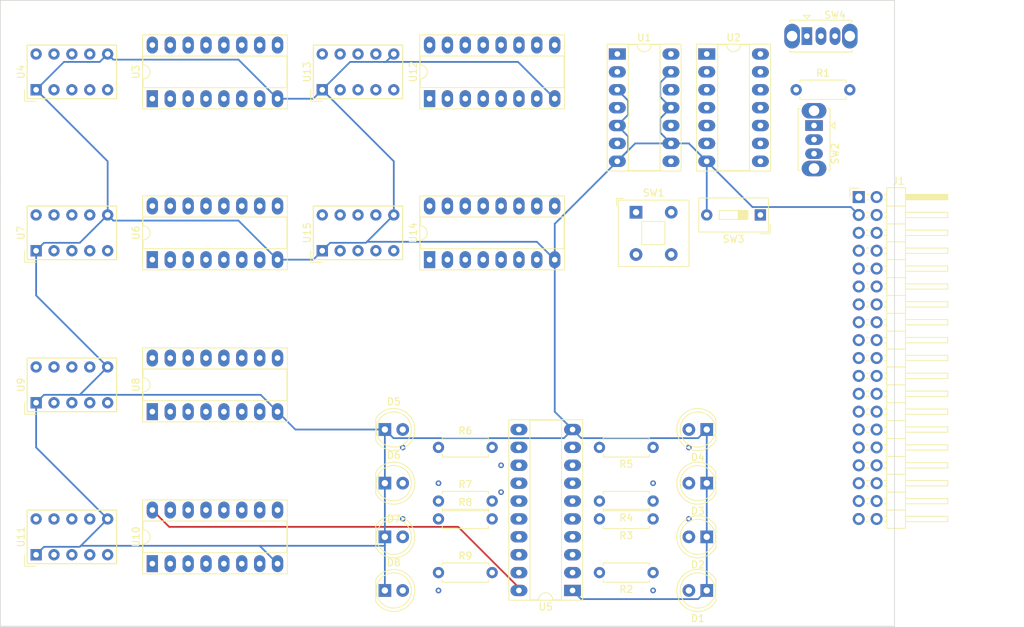
<source format=kicad_pcb>
(kicad_pcb (version 20211014) (generator pcbnew)
  (title_block (title "WolfNet 6502 WBC - Debug Card") (date "2022-05-18") (rev "1.0") (company "WolfNet Computing"))
  (layers (0 "F.Cu" power) (1 "In1.Cu" signal "V.Cu") (2 "In2.Cu" signal "H.Cu") (31 "B.Cu" power) (34 "B.Paste" user) (35 "F.Paste" user) (36 "B.SilkS" user "B.Silkscreen") (37 "F.SilkS" user "F.Silkscreen") (38 "B.Mask" user) (39 "F.Mask" user) (44 "Edge.Cuts" user))
  (net 0 "")
  (net 1 "GND")
  (net 2 "Net-(D1-Pad2)")
  (net 3 "Net-(D2-Pad2)")
  (net 4 "Net-(D3-Pad2)")
  (net 5 "Net-(D4-Pad2)")
  (net 6 "Net-(D5-Pad2)")
  (net 7 "Net-(D6-Pad2)")
  (net 8 "Net-(D7-Pad2)")
  (net 9 "Net-(D8-Pad2)")
  (net 10 "D0")
  (net 11 "D1")
  (net 12 "A0")
  (net 13 "D2")
  (net 14 "A1")
  (net 15 "D3")
  (net 16 "A2")
  (net 17 "D4")
  (net 18 "A3")
  (net 19 "D5")
  (net 20 "A4")
  (net 21 "D6")
  (net 22 "A5")
  (net 23 "D7")
  (net 24 "A6")
  (net 25 "~{RESET}")
  (net 26 "A7")
  (net 27 "CLK")
  (net 28 "A8")
  (net 29 "PHI1")
  (net 30 "A9")
  (net 31 "PHI2")
  (net 32 "A10")
  (net 33 "8MHz")
  (net 34 "A11")
  (net 36 "A12")
  (net 37 "RDY")
  (net 38 "A13")
  (net 39 "SYNC")
  (net 40 "A14")
  (net 41 "~{IRQ}")
  (net 42 "A15")
  (net 43 "+12v")
  (net 44 "R\\~{W}")
  (net 45 "-12v")
  (net 46 "Net-(R1-Pad1)")
  (net 47 "Net-(R2-Pad2)")
  (net 48 "Net-(R3-Pad2)")
  (net 49 "Net-(R4-Pad2)")
  (net 50 "Net-(R5-Pad2)")
  (net 51 "Net-(R6-Pad2)")
  (net 52 "Net-(R7-Pad2)")
  (net 53 "Net-(R8-Pad2)")
  (net 54 "Net-(R9-Pad2)")
  (net 55 "Net-(SW1-Pad1)")
  (net 56 "Net-(SW1-Pad2)")
  (net 57 "Net-(SW2-Pad2)")
  (net 58 "Step")
  (net 59 "Net-(SW3-Pad1)")
  (net 61 "Net-(SW4-Pad2)")
  (net 62 "LE")
  (net 68 "+5V")
  (net 72 "Net-(U3-Pad1)")
  (net 73 "Net-(U3-Pad2)")
  (net 74 "Net-(U3-Pad3)")
  (net 77 "Net-(U3-Pad12)")
  (net 78 "Net-(U3-Pad13)")
  (net 79 "Net-(U3-Pad14)")
  (net 80 "Net-(U3-Pad15)")
  (net 82 "R{slash}~{W}")
  (net 83 "Net-(U6-Pad1)")
  (net 84 "Net-(U6-Pad2)")
  (net 85 "Net-(U6-Pad3)")
  (net 88 "Net-(U6-Pad12)")
  (net 89 "Net-(U6-Pad13)")
  (net 90 "Net-(U6-Pad14)")
  (net 91 "Net-(U6-Pad15)")
  (net 93 "Net-(U8-Pad1)")
  (net 94 "Net-(U8-Pad2)")
  (net 95 "Net-(U8-Pad3)")
  (net 98 "Net-(U8-Pad12)")
  (net 99 "Net-(U8-Pad13)")
  (net 100 "Net-(U8-Pad14)")
  (net 101 "Net-(U8-Pad15)")
  (net 103 "Net-(U10-Pad1)")
  (net 104 "Net-(U10-Pad2)")
  (net 105 "Net-(U10-Pad3)")
  (net 108 "Net-(U10-Pad12)")
  (net 109 "Net-(U10-Pad13)")
  (net 110 "Net-(U10-Pad14)")
  (net 111 "Net-(U10-Pad15)")
  (net 113 "Net-(U12-Pad1)")
  (net 114 "Net-(U12-Pad2)")
  (net 115 "Net-(U12-Pad3)")
  (net 118 "Net-(U12-Pad12)")
  (net 119 "Net-(U12-Pad13)")
  (net 120 "Net-(U12-Pad14)")
  (net 121 "Net-(U12-Pad15)")
  (net 123 "Net-(U14-Pad1)")
  (net 124 "Net-(U14-Pad2)")
  (net 125 "Net-(U14-Pad3)")
  (net 128 "Net-(U14-Pad12)")
  (net 129 "Net-(U14-Pad13)")
  (net 130 "Net-(U14-Pad14)")
  (net 131 "Net-(U14-Pad15)")
  (footprint "LED_THT:LED_D5.0mm" (layer "F.Cu") (at 130.81 93.975)
    (fp_text reference "D6")
    (fp_text value "NMI")
  )
  (footprint "Resistor_THT:R_Axial_DIN0207_L6.3mm_D2.5mm_P7.62mm_Horizontal" (layer "F.Cu") (at 168.91 106.675 180)
    (fp_text reference "R2")
    (fp_text value "220")
  )
  (footprint "Display_7Segment:HDSP-7801" (layer "F.Cu") (at 81.28 82.55 90)
    (fp_text reference "U9")
    (fp_text value "HDSP-7803")
  )
  (footprint "Resistor_THT:R_Axial_DIN0207_L6.3mm_D2.5mm_P7.62mm_Horizontal" (layer "F.Cu") (at 168.91 99.055 180)
    (fp_text reference "R3")
    (fp_text value "220")
  )
  (footprint "LED_THT:LED_D5.0mm" (layer "F.Cu") (at 176.53 109.215 180)
    (fp_text reference "D1")
    (fp_text value "RDY")
  )
  (footprint "LED_THT:LED_D5.0mm" (layer "F.Cu") (at 130.81 86.355)
    (fp_text reference "D5")
    (fp_text value "IRQ")
  )
  (footprint "Package_DIP:DIP-14_W7.62mm_Socket_LongPads" (layer "F.Cu") (at 163.83 33.02)
    (fp_text reference "U1")
    (fp_text value "74HCT04")
  )
  (footprint "Button_Switch_THT:SW_Slide_1P2T_CK_OS102011MS2Q" (layer "F.Cu") (at 190.75 30.48)
    (fp_text reference "SW4")
    (fp_text value "SI/SC")
  )
  (footprint "Display_7Segment:HDSP-7801" (layer "F.Cu") (at 81.28 60.96 90)
    (fp_text reference "U7")
    (fp_text value "HDSP-7803")
  )
  (footprint "Resistor_THT:R_Axial_DIN0207_L6.3mm_D2.5mm_P7.62mm_Horizontal" (layer "F.Cu") (at 138.43 99.055)
    (fp_text reference "R8")
    (fp_text value "220")
  )
  (footprint "Package_DIP:DIP-16_W7.62mm_Socket_LongPads" (layer "F.Cu") (at 97.79 83.82 90)
    (fp_text reference "U8")
    (fp_text value "MC14495P1")
  )
  (footprint "Button_Switch_THT:SW_Push_2P1T_Toggle_CK_PVA1xxH1xxxxxxV2" (layer "F.Cu") (at 166.4875 55.4975)
    (fp_text reference "SW1")
    (fp_text value "Step")
  )
  (footprint "Resistor_THT:R_Axial_DIN0207_L6.3mm_D2.5mm_P7.62mm_Horizontal" (layer "F.Cu") (at 168.91 96.515 180)
    (fp_text reference "R4")
    (fp_text value "220")
  )
  (footprint "Resistor_THT:R_Axial_DIN0207_L6.3mm_D2.5mm_P7.62mm_Horizontal" (layer "F.Cu") (at 168.91 88.895 180)
    (fp_text reference "R5")
    (fp_text value "220")
  )
  (footprint "Resistor_THT:R_Axial_DIN0207_L6.3mm_D2.5mm_P7.62mm_Horizontal" (layer "F.Cu") (at 189.23 38.1)
    (fp_text reference "R1")
    (fp_text value "270")
  )
  (footprint "Resistor_THT:R_Axial_DIN0207_L6.3mm_D2.5mm_P7.62mm_Horizontal" (layer "F.Cu") (at 138.43 88.895)
    (fp_text reference "R6")
    (fp_text value "220")
  )
  (footprint "Resistor_THT:R_Axial_DIN0207_L6.3mm_D2.5mm_P7.62mm_Horizontal" (layer "F.Cu") (at 138.43 96.515)
    (fp_text reference "R7")
    (fp_text value "220")
  )
  (footprint "Display_7Segment:HDSP-7801" (layer "F.Cu") (at 121.92 38.1 90)
    (fp_text reference "U13")
    (fp_text value "HDSP-7803")
  )
  (footprint "Package_DIP:DIP-16_W7.62mm_Socket_LongPads" (layer "F.Cu") (at 137.16 62.23 90)
    (fp_text reference "U14")
    (fp_text value "MC14495P1")
  )
  (footprint "LED_THT:LED_D5.0mm" (layer "F.Cu") (at 130.81 101.595)
    (fp_text reference "D7")
    (fp_text value "PHI1")
  )
  (footprint "Display_7Segment:HDSP-7801" (layer "F.Cu") (at 121.92 60.96 90)
    (fp_text reference "U15")
    (fp_text value "HDSP-7803")
  )
  (footprint "Package_DIP:DIP-16_W7.62mm_Socket_LongPads" (layer "F.Cu") (at 97.79 39.37 90)
    (fp_text reference "U3")
    (fp_text value "MC14495P1")
  )
  (footprint "LED_THT:LED_D5.0mm" (layer "F.Cu") (at 176.53 93.975 180)
    (fp_text reference "D3")
    (fp_text value "RW")
  )
  (footprint "Resistor_THT:R_Axial_DIN0207_L6.3mm_D2.5mm_P7.62mm_Horizontal" (layer "F.Cu") (at 138.43 106.675)
    (fp_text reference "R9")
    (fp_text value "220")
  )
  (footprint "Package_DIP:DIP-16_W7.62mm_Socket_LongPads" (layer "F.Cu") (at 137.16 39.36 90)
    (fp_text reference "U12")
    (fp_text value "MC14495P1")
  )
  (footprint "Package_DIP:DIP-16_W7.62mm_Socket_LongPads" (layer "F.Cu") (at 97.79 105.41 90)
    (fp_text reference "U10")
    (fp_text value "MC14495P1")
  )
  (footprint "Package_DIP:DIP-16_W7.62mm_Socket_LongPads" (layer "F.Cu") (at 97.79 62.23 90)
    (fp_text reference "U6")
    (fp_text value "MC14495P1")
  )
  (footprint "Package_DIP:DIP-20_W7.62mm_Socket_LongPads" (layer "F.Cu") (at 157.47 109.215 180)
    (fp_text reference "U5")
    (fp_text value "74HCT374")
  )
  (footprint "Display_7Segment:HDSP-7801" (layer "F.Cu") (at 81.28 104.14 90)
    (fp_text reference "U11")
    (fp_text value "HDSP-7803")
  )
  (footprint "LED_THT:LED_D5.0mm" (layer "F.Cu") (at 130.81 109.215)
    (fp_text reference "D8")
    (fp_text value "PHI2")
  )
  (footprint "Button_Switch_THT:SW_Slide_1P2T_CK_OS102011MS2Q" (layer "F.Cu") (at 191.77 43.18 -90)
    (fp_text reference "SW2")
    (fp_text value "PHI1/Step")
  )
  (footprint "Display_7Segment:HDSP-7801" (layer "F.Cu") (at 81.28 38.1 90)
    (fp_text reference "U4")
    (fp_text value "HDSP-7803")
  )
  (footprint "Package_DIP:DIP-14_W7.62mm_Socket_LongPads" (layer "F.Cu") (at 176.53 33.02)
    (fp_text reference "U2")
    (fp_text value "74HCT74")
  )
  (footprint "LED_THT:LED_D5.0mm" (layer "F.Cu") (at 176.53 101.595 180)
    (fp_text reference "D2")
    (fp_text value "Sync")
  )
  (footprint "LED_THT:LED_D5.0mm" (layer "F.Cu") (at 176.53 86.355 180)
    (fp_text reference "D4")
    (fp_text value "Reset")
  )
  (footprint "Connector_PinHeader_2.54mm:PinHeader_2x19_P2.54mm_Horizontal" (layer "F.Cu") (at 198.12 53.34)
    (fp_text reference "J1")
    (fp_text value "Expansion_Connector")
  )
  (footprint "Button_Switch_THT:SW_DIP_SPSTx01_Slide_9.78x4.72mm_W7.62mm_P2.54mm" (layer "F.Cu") (at 184.15 55.88 180)
    (fp_text reference "SW3")
    (fp_text value "Run")
  )
  (gr_line (start 76.2 25.4) (end 203.2 25.4) (layer "Edge.Cuts") (width 0.1))
  (gr_line (start 203.2 114.3) (end 76.2 114.3) (layer "Edge.Cuts") (width 0.1))
  (gr_line (start 76.2 114.3) (end 76.2 50.8) (layer "Edge.Cuts") (width 0.1))
  (gr_line (start 203.2 50.8) (end 203.2 114.3) (layer "Edge.Cuts") (width 0.1))
  (gr_line (start 76.2 50.8) (end 76.2 25.4) (layer "Edge.Cuts") (width 0.1))
  (gr_line (start 203.2 25.4) (end 203.2 50.8) (layer "Edge.Cuts") (width 0.1))
  (segment (start 87.63 102.87) (end 87.484511 103.015489) (width 0.25) (layer "B.Cu") (net 1))
  (segment (start 128.124511 59.835489) (end 128.27 59.69) (width 0.25) (layer "B.Cu") (net 1))
  (segment (start 87.484511 81.425489) (end 82.404511 81.425489) (width 0.25) (layer "B.Cu") (net 1))
  (segment (start 115.57 62.23) (end 120.65 62.23) (width 0.25) (layer "B.Cu") (net 1))
  (segment (start 90.315489 34.144511) (end 91.44 33.02) (width 0.25) (layer "B.Cu") (net 1))
  (segment (start 81.28 67.31) (end 91.44 77.47) (width 0.25) (layer "B.Cu") (net 1))
  (segment (start 91.44 55.88) (end 92.239999 56.679999) (width 0.25) (layer "B.Cu") (net 1))
  (segment (start 123.044511 59.835489) (end 128.124511 59.835489) (width 0.25) (layer "B.Cu") (net 1))
  (segment (start 165.35452 46.73548) (end 165.35452 44.70452) (width 0.25) (layer "B.Cu") (net 1))
  (segment (start 92.239999 56.679999) (end 110.019999 56.679999) (width 0.25) (layer "B.Cu") (net 1))
  (segment (start 157.47 109.215) (end 158.694511 110.439511) (width 0.25) (layer "B.Cu") (net 1))
  (segment (start 196.995489 54.755489) (end 183.025489 54.755489) (width 0.25) (layer "B.Cu") (net 1))
  (segment (start 81.28 88.9) (end 91.44 99.06) (width 0.25) (layer "B.Cu") (net 1))
  (segment (start 132.034511 87.579511) (end 156.245489 87.579511) (width 0.25) (layer "B.Cu") (net 1))
  (segment (start 87.63 102.87) (end 113.03 102.87) (width 0.25) (layer "B.Cu") (net 1))
  (segment (start 169.92548 39.11548) (end 171.45 40.64) (width 0.25) (layer "B.Cu") (net 1))
  (segment (start 91.44 55.88) (end 91.44 48.26) (width 0.25) (layer "B.Cu") (net 1))
  (segment (start 154.94 39.36) (end 149.724511 34.144511) (width 0.25) (layer "B.Cu") (net 1))
  (segment (start 154.94 57.15) (end 163.83 48.26) (width 0.25) (layer "B.Cu") (net 1))
  (segment (start 87.484511 59.835489) (end 82.404511 59.835489) (width 0.25) (layer "B.Cu") (net 1))
  (segment (start 176.53 48.26) (end 176.53 55.88) (width 0.25) (layer "B.Cu") (net 1))
  (segment (start 169.92548 42.16452) (end 169.92548 44.19548) (width 0.25) (layer "B.Cu") (net 1))
  (segment (start 130.955489 34.144511) (end 130.664511 34.144511) (width 0.25) (layer "B.Cu") (net 1))
  (segment (start 156.245489 87.579511) (end 157.47 86.355) (width 0.25) (layer "B.Cu") (net 1))
  (segment (start 175.305489 87.579511) (end 176.53 86.355) (width 0.25) (layer "B.Cu") (net 1))
  (segment (start 165.35452 44.70452) (end 163.83 43.18) (width 0.25) (layer "B.Cu") (net 1))
  (segment (start 149.724511 34.144511) (end 130.664511 34.144511) (width 0.25) (layer "B.Cu") (net 1))
  (segment (start 81.28 60.96) (end 81.28 67.31) (width 0.25) (layer "B.Cu") (net 1))
  (segment (start 158.694511 110.439511) (end 175.305489 110.439511) (width 0.25) (layer "B.Cu") (net 1))
  (segment (start 166.37 45.72) (end 163.83 48.26) (width 0.25) (layer "B.Cu") (net 1))
  (segment (start 158.694511 87.579511) (end 175.305489 87.579511) (width 0.25) (layer "B.Cu") (net 1))
  (segment (start 132.08 33.02) (end 130.955489 34.144511) (width 0.25) (layer "B.Cu") (net 1))
  (segment (start 169.92548 37.08452) (end 169.92548 39.11548) (width 0.25) (layer "B.Cu") (net 1))
  (segment (start 130.81 86.355) (end 118.105 86.355) (width 0.25) (layer "B.Cu") (net 1))
  (segment (start 81.28 82.55) (end 81.28 88.9) (width 0.25) (layer "B.Cu") (net 1))
  (segment (start 154.94 62.23) (end 154.94 57.15) (width 0.25) (layer "B.Cu") (net 1))
  (segment (start 113.03 102.87) (end 115.57 105.41) (width 0.25) (layer "B.Cu") (net 1))
  (segment (start 113.175489 81.425489) (end 87.484511 81.425489) (width 0.25) (layer "B.Cu") (net 1))
  (segment (start 91.44 77.47) (end 87.484511 81.425489) (width 0.25) (layer "B.Cu") (net 1))
  (segment (start 82.404511 81.425489) (end 81.28 82.55) (width 0.25) (layer "B.Cu") (net 1))
  (segment (start 198.12 55.88) (end 196.995489 54.755489) (width 0.25) (layer "B.Cu") (net 1))
  (segment (start 113.03 102.87) (end 130.81 102.87) (width 0.25) (layer "B.Cu") (net 1))
  (segment (start 91.44 48.26) (end 81.28 38.1) (width 0.25) (layer "B.Cu") (net 1))
  (segment (start 154.94 62.23) (end 152.4 59.69) (width 0.25) (layer "B.Cu") (net 1))
  (segment (start 115.57 39.37) (end 120.65 39.37) (width 0.25) (layer "B.Cu") (net 1))
  (segment (start 183.025489 54.755489) (end 176.53 48.26) (width 0.25) (layer "B.Cu") (net 1))
  (segment (start 87.484511 103.015489) (end 82.404511 103.015489) (width 0.25) (layer "B.Cu") (net 1))
  (segment (start 130.81 102.87) (end 130.81 86.355) (width 0.25) (layer "B.Cu") (net 1))
  (segment (start 81.28 38.1) (end 85.235489 34.144511) (width 0.25) (layer "B.Cu") (net 1))
  (segment (start 115.57 83.82) (end 113.175489 81.425489) (width 0.25) (layer "B.Cu") (net 1))
  (segment (start 171.45 45.72) (end 173.99 45.72) (width 0.25) (layer "B.Cu") (net 1))
  (segment (start 92.239999 33.819999) (end 110.019999 33.819999) (width 0.25) (layer "B.Cu") (net 1))
  (segment (start 175.305489 110.439511) (end 176.53 109.215) (width 0.25) (layer "B.Cu") (net 1))
  (segment (start 118.105 86.355) (end 115.57 83.82) (width 0.25) (layer "B.Cu") (net 1))
  (segment (start 85.235489 34.144511) (end 90.315489 34.144511) (width 0.25) (layer "B.Cu") (net 1))
  (segment (start 176.53 86.355) (end 176.53 109.215) (width 0.25) (layer "B.Cu") (net 1))
  (segment (start 82.404511 103.015489) (end 81.28 104.14) (width 0.25) (layer "B.Cu") (net 1))
  (segment (start 171.45 40.64) (end 169.92548 42.16452) (width 0.25) (layer "B.Cu") (net 1))
  (segment (start 128.27 59.69) (end 132.08 55.88) (width 0.25) (layer "B.Cu") (net 1))
  (segment (start 110.019999 56.679999) (end 115.57 62.23) (width 0.25) (layer "B.Cu") (net 1))
  (segment (start 171.45 45.72) (end 166.37 45.72) (width 0.25) (layer "B.Cu") (net 1))
  (segment (start 120.65 62.23) (end 121.92 60.96) (width 0.25) (layer "B.Cu") (net 1))
  (segment (start 125.875489 34.144511) (end 121.92 38.1) (width 0.25) (layer "B.Cu") (net 1))
  (segment (start 154.94 62.23) (end 154.94 83.825) (width 0.25) (layer "B.Cu") (net 1))
  (segment (start 82.404511 59.835489) (end 81.28 60.96) (width 0.25) (layer "B.Cu") (net 1))
  (segment (start 91.44 99.06) (end 87.63 102.87) (width 0.25) (layer "B.Cu") (net 1))
  (segment (start 132.08 55.88) (end 132.08 48.26) (width 0.25) (layer "B.Cu") (net 1))
  (segment (start 152.4 59.69) (end 128.27 59.69) (width 0.25) (layer "B.Cu") (net 1))
  (segment (start 165.35452 41.65548) (end 165.35452 39.62452) (width 0.25) (layer "B.Cu") (net 1))
  (segment (start 110.019999 33.819999) (end 115.57 39.37) (width 0.25) (layer "B.Cu") (net 1))
  (segment (start 120.65 39.37) (end 121.92 38.1) (width 0.25) (layer "B.Cu") (net 1))
  (segment (start 132.08 48.26) (end 121.92 38.1) (width 0.25) (layer "B.Cu") (net 1))
  (segment (start 163.83 43.18) (end 165.35452 41.65548) (width 0.25) (layer "B.Cu") (net 1))
  (segment (start 154.94 83.825) (end 157.47 86.355) (width 0.25) (layer "B.Cu") (net 1))
  (segment (start 91.44 55.88) (end 87.484511 59.835489) (width 0.25) (layer "B.Cu") (net 1))
  (segment (start 121.92 60.96) (end 123.044511 59.835489) (width 0.25) (layer "B.Cu") (net 1))
  (segment (start 130.81 109.215) (end 130.81 102.87) (width 0.25) (layer "B.Cu") (net 1))
  (segment (start 163.83 48.26) (end 165.35452 46.73548) (width 0.25) (layer "B.Cu") (net 1))
  (segment (start 130.664511 34.144511) (end 125.875489 34.144511) (width 0.25) (layer "B.Cu") (net 1))
  (segment (start 157.47 86.355) (end 158.694511 87.579511) (width 0.25) (layer "B.Cu") (net 1))
  (segment (start 91.44 33.02) (end 92.239999 33.819999) (width 0.25) (layer "B.Cu") (net 1))
  (segment (start 130.81 86.355) (end 132.034511 87.579511) (width 0.25) (layer "B.Cu") (net 1))
  (segment (start 165.35452 39.62452) (end 163.83 38.1) (width 0.25) (layer "B.Cu") (net 1))
  (segment (start 169.92548 44.19548) (end 171.45 45.72) (width 0.25) (layer "B.Cu") (net 1))
  (segment (start 173.99 45.72) (end 176.53 48.26) (width 0.25) (layer "B.Cu") (net 1))
  (segment (start 171.45 35.56) (end 169.92548 37.08452) (width 0.25) (layer "B.Cu") (net 1))
  (via (at 168.91 109.215) (size 0.8) (drill 0.4) (layers "F.Cu" "B.Cu") (net 2))
  (via (at 173.99 99.06) (size 0.8) (drill 0.4) (layers "F.Cu" "B.Cu") (net 3))
  (via (at 168.91 93.98) (size 0.8) (drill 0.4) (layers "F.Cu" "B.Cu") (net 4))
  (via (at 173.99 88.9) (size 0.8) (drill 0.4) (layers "F.Cu" "B.Cu") (net 5))
  (via (at 133.35 88.9) (size 0.8) (drill 0.4) (layers "F.Cu" "B.Cu") (net 6))
  (via (at 138.43 93.98) (size 0.8) (drill 0.4) (layers "F.Cu" "B.Cu") (net 7))
  (via (at 133.35 99.06) (size 0.8) (drill 0.4) (layers "F.Cu" "B.Cu") (net 8))
  (via (at 138.43 109.22) (size 0.8) (drill 0.4) (layers "F.Cu" "B.Cu") (net 9))
  (via (at 147.32 91.44) (size 0.8) (drill 0.4) (layers "F.Cu" "B.Cu") (net 41))
  (via (at 147.32 95.25) (size 0.8) (drill 0.4) (layers "F.Cu" "B.Cu") (net 41))
  (segment (start 100.179511 100.179511) (end 97.79 97.79) (width 0.25) (layer "F.Cu") (net 68))
  (segment (start 149.85 109.215) (end 149.85 108.815) (width 0.25) (layer "F.Cu") (net 68))
  (segment (start 141.214511 100.179511) (end 100.179511 100.179511) (width 0.25) (layer "F.Cu") (net 68))
  (segment (start 149.85 108.815) (end 141.214511 100.179511) (width 0.25) (layer "F.Cu") (net 68))
)
</source>
